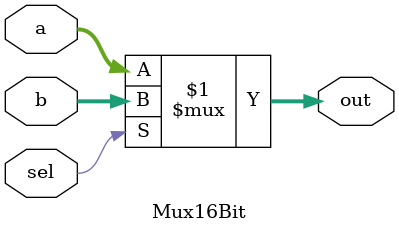
<source format=v>
module Mux16Bit(a,b,sel,out);
input [15:0] a,b;
input sel;
output [15:0]out;
assign out=(sel)?b:a;
endmodule

</source>
